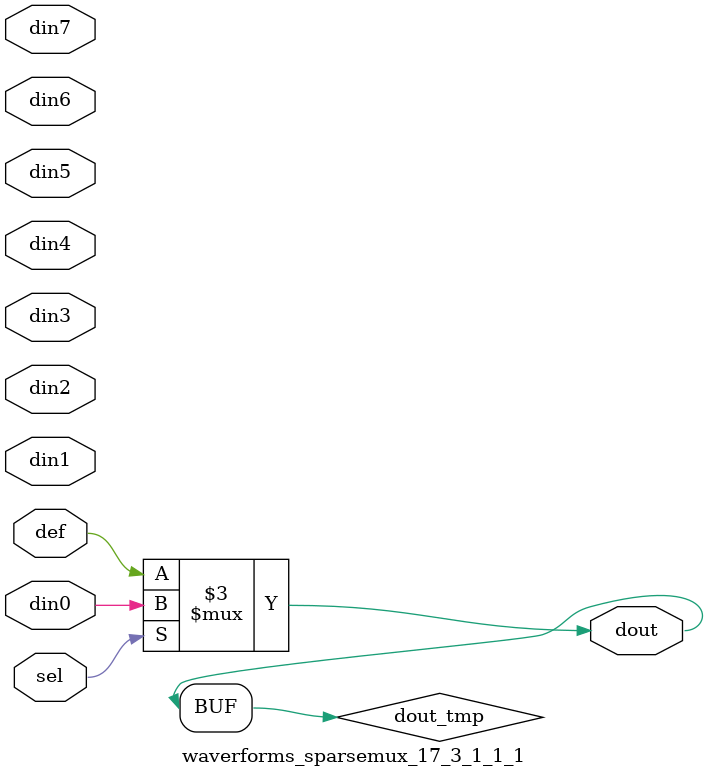
<source format=v>
`timescale 1ns / 1ps

module waverforms_sparsemux_17_3_1_1_1 (din0,din1,din2,din3,din4,din5,din6,din7,def,sel,dout);

parameter din0_WIDTH = 1;

parameter din1_WIDTH = 1;

parameter din2_WIDTH = 1;

parameter din3_WIDTH = 1;

parameter din4_WIDTH = 1;

parameter din5_WIDTH = 1;

parameter din6_WIDTH = 1;

parameter din7_WIDTH = 1;

parameter def_WIDTH = 1;
parameter sel_WIDTH = 1;
parameter dout_WIDTH = 1;

parameter [sel_WIDTH-1:0] CASE0 = 1;

parameter [sel_WIDTH-1:0] CASE1 = 1;

parameter [sel_WIDTH-1:0] CASE2 = 1;

parameter [sel_WIDTH-1:0] CASE3 = 1;

parameter [sel_WIDTH-1:0] CASE4 = 1;

parameter [sel_WIDTH-1:0] CASE5 = 1;

parameter [sel_WIDTH-1:0] CASE6 = 1;

parameter [sel_WIDTH-1:0] CASE7 = 1;

parameter ID = 1;
parameter NUM_STAGE = 1;



input [din0_WIDTH-1:0] din0;

input [din1_WIDTH-1:0] din1;

input [din2_WIDTH-1:0] din2;

input [din3_WIDTH-1:0] din3;

input [din4_WIDTH-1:0] din4;

input [din5_WIDTH-1:0] din5;

input [din6_WIDTH-1:0] din6;

input [din7_WIDTH-1:0] din7;

input [def_WIDTH-1:0] def;
input [sel_WIDTH-1:0] sel;

output [dout_WIDTH-1:0] dout;



reg [dout_WIDTH-1:0] dout_tmp;


always @ (*) begin
(* parallel_case *) case (sel)
    
    CASE0 : dout_tmp = din0;
    
    CASE1 : dout_tmp = din1;
    
    CASE2 : dout_tmp = din2;
    
    CASE3 : dout_tmp = din3;
    
    CASE4 : dout_tmp = din4;
    
    CASE5 : dout_tmp = din5;
    
    CASE6 : dout_tmp = din6;
    
    CASE7 : dout_tmp = din7;
    
    default : dout_tmp = def;
endcase
end


assign dout = dout_tmp;



endmodule

</source>
